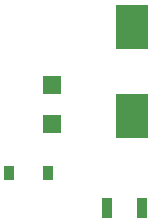
<source format=gbr>
G04 #@! TF.GenerationSoftware,KiCad,Pcbnew,(5.1.5)-3*
G04 #@! TF.CreationDate,2020-06-02T17:02:28+02:00*
G04 #@! TF.ProjectId,MutltiSwitch_Sw8,4d75746c-7469-4537-9769-7463685f5377,0.1*
G04 #@! TF.SameCoordinates,Original*
G04 #@! TF.FileFunction,Paste,Top*
G04 #@! TF.FilePolarity,Positive*
%FSLAX46Y46*%
G04 Gerber Fmt 4.6, Leading zero omitted, Abs format (unit mm)*
G04 Created by KiCad (PCBNEW (5.1.5)-3) date 2020-06-02 17:02:28*
%MOMM*%
%LPD*%
G04 APERTURE LIST*
%ADD10R,0.900000X1.700000*%
%ADD11R,2.700000X3.750000*%
%ADD12R,1.500000X1.500000*%
%ADD13R,0.900000X1.200000*%
G04 APERTURE END LIST*
D10*
X146230000Y-115697000D03*
X143330000Y-115697000D03*
D11*
X145415000Y-107950000D03*
X145415000Y-100400000D03*
D12*
X138684000Y-108585000D03*
X138684000Y-105285000D03*
D13*
X138302000Y-112776000D03*
X135002000Y-112776000D03*
M02*

</source>
